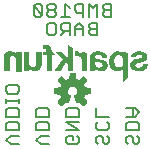
<source format=gbr>
G04 EAGLE Gerber RS-274X export*
G75*
%MOMM*%
%FSLAX34Y34*%
%LPD*%
%INSilkscreen Bottom*%
%IPPOS*%
%AMOC8*
5,1,8,0,0,1.08239X$1,22.5*%
G01*
%ADD10C,0.203200*%
%ADD11C,0.025400*%

G36*
X85520Y58883D02*
X85520Y58883D01*
X85628Y58894D01*
X85641Y58899D01*
X85655Y58901D01*
X85752Y58949D01*
X85851Y58994D01*
X85864Y59005D01*
X85873Y59010D01*
X85888Y59025D01*
X85965Y59088D01*
X88550Y61673D01*
X88613Y61761D01*
X88679Y61847D01*
X88684Y61860D01*
X88692Y61871D01*
X88723Y61975D01*
X88759Y62077D01*
X88759Y62091D01*
X88763Y62105D01*
X88759Y62213D01*
X88760Y62321D01*
X88755Y62335D01*
X88755Y62348D01*
X88717Y62450D01*
X88682Y62553D01*
X88673Y62568D01*
X88669Y62577D01*
X88655Y62594D01*
X88601Y62676D01*
X85837Y66066D01*
X86394Y67148D01*
X86400Y67167D01*
X86442Y67262D01*
X86813Y68422D01*
X91164Y68864D01*
X91268Y68892D01*
X91374Y68917D01*
X91386Y68924D01*
X91399Y68928D01*
X91489Y68989D01*
X91582Y69046D01*
X91590Y69056D01*
X91602Y69064D01*
X91668Y69151D01*
X91737Y69234D01*
X91741Y69247D01*
X91750Y69258D01*
X91784Y69361D01*
X91823Y69463D01*
X91824Y69480D01*
X91828Y69489D01*
X91828Y69511D01*
X91837Y69610D01*
X91837Y73266D01*
X91820Y73373D01*
X91806Y73480D01*
X91800Y73493D01*
X91798Y73506D01*
X91746Y73602D01*
X91699Y73699D01*
X91689Y73709D01*
X91683Y73721D01*
X91603Y73796D01*
X91527Y73873D01*
X91515Y73879D01*
X91505Y73888D01*
X91406Y73933D01*
X91309Y73982D01*
X91291Y73985D01*
X91282Y73989D01*
X91261Y73991D01*
X91164Y74011D01*
X86813Y74453D01*
X86442Y75613D01*
X86433Y75630D01*
X86431Y75638D01*
X86427Y75644D01*
X86394Y75727D01*
X85837Y76809D01*
X88601Y80199D01*
X88655Y80293D01*
X88712Y80385D01*
X88715Y80399D01*
X88722Y80411D01*
X88743Y80517D01*
X88768Y80623D01*
X88766Y80637D01*
X88769Y80650D01*
X88754Y80758D01*
X88744Y80866D01*
X88738Y80878D01*
X88736Y80892D01*
X88688Y80989D01*
X88643Y81088D01*
X88632Y81102D01*
X88628Y81111D01*
X88612Y81126D01*
X88550Y81202D01*
X85965Y83787D01*
X85876Y83851D01*
X85791Y83917D01*
X85778Y83921D01*
X85766Y83929D01*
X85663Y83961D01*
X85560Y83996D01*
X85546Y83996D01*
X85533Y84000D01*
X85425Y83997D01*
X85316Y83997D01*
X85303Y83993D01*
X85289Y83992D01*
X85187Y83954D01*
X85085Y83920D01*
X85070Y83910D01*
X85061Y83907D01*
X85044Y83893D01*
X84962Y83838D01*
X81572Y81074D01*
X80490Y81632D01*
X80470Y81638D01*
X80375Y81679D01*
X79216Y82050D01*
X78773Y86401D01*
X78745Y86506D01*
X78720Y86612D01*
X78713Y86623D01*
X78710Y86637D01*
X78649Y86727D01*
X78592Y86819D01*
X78581Y86828D01*
X78573Y86839D01*
X78487Y86905D01*
X78403Y86974D01*
X78390Y86979D01*
X78379Y86987D01*
X78276Y87022D01*
X78175Y87060D01*
X78157Y87062D01*
X78148Y87065D01*
X78126Y87065D01*
X78028Y87075D01*
X74372Y87075D01*
X74265Y87057D01*
X74157Y87043D01*
X74145Y87037D01*
X74131Y87035D01*
X74035Y86984D01*
X73938Y86936D01*
X73928Y86927D01*
X73916Y86920D01*
X73842Y86841D01*
X73765Y86764D01*
X73759Y86752D01*
X73749Y86742D01*
X73704Y86643D01*
X73656Y86546D01*
X73652Y86529D01*
X73648Y86520D01*
X73646Y86498D01*
X73627Y86401D01*
X73184Y82050D01*
X72025Y81679D01*
X72007Y81670D01*
X71910Y81632D01*
X70828Y81074D01*
X67438Y83838D01*
X67344Y83892D01*
X67252Y83950D01*
X67239Y83953D01*
X67227Y83960D01*
X67120Y83980D01*
X67015Y84005D01*
X67001Y84004D01*
X66987Y84006D01*
X66880Y83992D01*
X66772Y83981D01*
X66759Y83976D01*
X66746Y83974D01*
X66648Y83926D01*
X66549Y83881D01*
X66536Y83870D01*
X66527Y83865D01*
X66512Y83850D01*
X66435Y83787D01*
X63850Y81202D01*
X63787Y81114D01*
X63721Y81028D01*
X63716Y81015D01*
X63708Y81004D01*
X63677Y80901D01*
X63641Y80798D01*
X63641Y80784D01*
X63637Y80770D01*
X63641Y80662D01*
X63640Y80554D01*
X63645Y80540D01*
X63645Y80527D01*
X63683Y80425D01*
X63718Y80322D01*
X63727Y80307D01*
X63731Y80298D01*
X63745Y80281D01*
X63799Y80199D01*
X66563Y76809D01*
X66006Y75727D01*
X66000Y75708D01*
X65958Y75613D01*
X65587Y74453D01*
X61236Y74011D01*
X61132Y73983D01*
X61026Y73958D01*
X61014Y73951D01*
X61001Y73947D01*
X60911Y73886D01*
X60818Y73829D01*
X60810Y73819D01*
X60798Y73811D01*
X60732Y73724D01*
X60664Y73641D01*
X60659Y73628D01*
X60650Y73617D01*
X60616Y73514D01*
X60577Y73412D01*
X60576Y73395D01*
X60572Y73386D01*
X60573Y73364D01*
X60563Y73266D01*
X60563Y69610D01*
X60580Y69502D01*
X60594Y69395D01*
X60600Y69382D01*
X60602Y69369D01*
X60654Y69273D01*
X60701Y69176D01*
X60711Y69166D01*
X60717Y69154D01*
X60797Y69079D01*
X60873Y69002D01*
X60885Y68996D01*
X60896Y68987D01*
X60994Y68942D01*
X61091Y68893D01*
X61109Y68890D01*
X61118Y68886D01*
X61139Y68884D01*
X61236Y68864D01*
X65587Y68422D01*
X65958Y67262D01*
X65968Y67244D01*
X66006Y67148D01*
X66563Y66066D01*
X63799Y62676D01*
X63745Y62582D01*
X63688Y62490D01*
X63685Y62476D01*
X63678Y62464D01*
X63657Y62358D01*
X63632Y62252D01*
X63634Y62238D01*
X63631Y62225D01*
X63646Y62117D01*
X63656Y62009D01*
X63662Y61997D01*
X63664Y61983D01*
X63712Y61886D01*
X63757Y61787D01*
X63768Y61773D01*
X63772Y61764D01*
X63788Y61749D01*
X63850Y61673D01*
X66435Y59088D01*
X66524Y59024D01*
X66609Y58958D01*
X66622Y58954D01*
X66634Y58946D01*
X66737Y58914D01*
X66840Y58879D01*
X66854Y58879D01*
X66867Y58875D01*
X66975Y58878D01*
X67084Y58878D01*
X67097Y58882D01*
X67111Y58883D01*
X67213Y58921D01*
X67315Y58955D01*
X67330Y58965D01*
X67339Y58968D01*
X67356Y58982D01*
X67438Y59037D01*
X70828Y61801D01*
X71910Y61243D01*
X71963Y61226D01*
X72012Y61200D01*
X72078Y61189D01*
X72142Y61169D01*
X72198Y61169D01*
X72252Y61160D01*
X72319Y61171D01*
X72386Y61172D01*
X72438Y61191D01*
X72493Y61200D01*
X72553Y61232D01*
X72616Y61254D01*
X72659Y61288D01*
X72709Y61315D01*
X72755Y61364D01*
X72807Y61405D01*
X72838Y61452D01*
X72876Y61493D01*
X72932Y61598D01*
X72940Y61610D01*
X72941Y61615D01*
X72945Y61623D01*
X75098Y66820D01*
X75118Y66903D01*
X75123Y66916D01*
X75125Y66931D01*
X75150Y67016D01*
X75149Y67037D01*
X75154Y67057D01*
X75146Y67139D01*
X75147Y67159D01*
X75143Y67178D01*
X75139Y67260D01*
X75132Y67279D01*
X75130Y67300D01*
X75098Y67369D01*
X75092Y67396D01*
X75077Y67421D01*
X75051Y67487D01*
X75038Y67503D01*
X75029Y67523D01*
X74984Y67571D01*
X74964Y67604D01*
X74933Y67629D01*
X74895Y67675D01*
X74872Y67690D01*
X74862Y67701D01*
X74841Y67712D01*
X74776Y67758D01*
X74775Y67759D01*
X74774Y67759D01*
X73875Y68266D01*
X73188Y68909D01*
X72673Y69698D01*
X72361Y70586D01*
X72269Y71523D01*
X72402Y72455D01*
X72753Y73328D01*
X73302Y74093D01*
X74016Y74706D01*
X74856Y75132D01*
X75773Y75346D01*
X76714Y75335D01*
X77626Y75102D01*
X78456Y74658D01*
X79157Y74030D01*
X79689Y73253D01*
X80020Y72372D01*
X80133Y71437D01*
X80025Y70519D01*
X79705Y69652D01*
X79191Y68883D01*
X78512Y68255D01*
X77628Y67760D01*
X77586Y67727D01*
X77544Y67705D01*
X77513Y67672D01*
X77465Y67637D01*
X77453Y67620D01*
X77437Y67608D01*
X77402Y67552D01*
X77377Y67527D01*
X77364Y67496D01*
X77322Y67438D01*
X77316Y67419D01*
X77306Y67403D01*
X77287Y67327D01*
X77277Y67304D01*
X77274Y67281D01*
X77251Y67205D01*
X77252Y67185D01*
X77247Y67166D01*
X77254Y67080D01*
X77253Y67061D01*
X77256Y67045D01*
X77259Y66961D01*
X77267Y66936D01*
X77268Y66923D01*
X77278Y66900D01*
X77302Y66820D01*
X78231Y64576D01*
X79162Y62328D01*
X79163Y62328D01*
X79455Y61623D01*
X79484Y61576D01*
X79505Y61524D01*
X79548Y61473D01*
X79584Y61416D01*
X79627Y61380D01*
X79663Y61338D01*
X79720Y61303D01*
X79772Y61261D01*
X79824Y61241D01*
X79872Y61213D01*
X79938Y61198D01*
X80001Y61175D01*
X80056Y61173D01*
X80110Y61161D01*
X80177Y61169D01*
X80244Y61167D01*
X80298Y61183D01*
X80353Y61189D01*
X80464Y61233D01*
X80478Y61237D01*
X80482Y61240D01*
X80490Y61243D01*
X81572Y61801D01*
X84962Y59037D01*
X85056Y58983D01*
X85148Y58926D01*
X85161Y58922D01*
X85173Y58915D01*
X85280Y58895D01*
X85385Y58870D01*
X85399Y58871D01*
X85413Y58869D01*
X85520Y58883D01*
G37*
G36*
X119001Y79428D02*
X119001Y79428D01*
X119003Y79427D01*
X119024Y79436D01*
X119084Y79459D01*
X123224Y83193D01*
X123226Y83199D01*
X123232Y83202D01*
X123256Y83262D01*
X123265Y83283D01*
X123264Y83285D01*
X123265Y83287D01*
X123265Y103861D01*
X123250Y103898D01*
X123240Y103937D01*
X123231Y103943D01*
X123227Y103952D01*
X123199Y103963D01*
X123163Y103985D01*
X119277Y104721D01*
X119262Y104718D01*
X119247Y104723D01*
X119215Y104708D01*
X119180Y104700D01*
X119172Y104687D01*
X119159Y104681D01*
X119144Y104642D01*
X119128Y104617D01*
X119131Y104606D01*
X119127Y104595D01*
X119151Y102678D01*
X119017Y102827D01*
X119016Y102828D01*
X119016Y102829D01*
X118127Y103794D01*
X118121Y103796D01*
X118117Y103803D01*
X117774Y104104D01*
X117763Y104108D01*
X117755Y104118D01*
X117361Y104351D01*
X117352Y104352D01*
X117344Y104359D01*
X116023Y104892D01*
X116012Y104892D01*
X116002Y104899D01*
X115520Y105001D01*
X115508Y104998D01*
X115496Y105003D01*
X113515Y105028D01*
X113504Y105024D01*
X113492Y105026D01*
X112407Y104843D01*
X112397Y104836D01*
X112383Y104836D01*
X111358Y104436D01*
X111351Y104428D01*
X111339Y104426D01*
X110437Y103885D01*
X110432Y103879D01*
X110423Y103876D01*
X109599Y103223D01*
X109593Y103213D01*
X109583Y103208D01*
X108791Y102318D01*
X108787Y102305D01*
X108775Y102296D01*
X108196Y101255D01*
X108194Y101243D01*
X108186Y101232D01*
X107512Y99119D01*
X107513Y99108D01*
X107507Y99097D01*
X107224Y96897D01*
X107227Y96886D01*
X107223Y96874D01*
X107341Y94659D01*
X107346Y94649D01*
X107344Y94637D01*
X107667Y93261D01*
X107674Y93252D01*
X107674Y93240D01*
X108230Y91940D01*
X108238Y91932D01*
X108240Y91921D01*
X109012Y90736D01*
X109021Y90730D01*
X109026Y90719D01*
X109683Y90012D01*
X109693Y90008D01*
X109699Y89998D01*
X110467Y89413D01*
X110478Y89411D01*
X110485Y89402D01*
X111341Y88956D01*
X111352Y88955D01*
X111361Y88947D01*
X112280Y88653D01*
X112290Y88654D01*
X112300Y88648D01*
X113512Y88459D01*
X113521Y88461D01*
X113530Y88458D01*
X114757Y88441D01*
X114765Y88444D01*
X114775Y88442D01*
X115992Y88597D01*
X116002Y88602D01*
X116014Y88602D01*
X116858Y88866D01*
X116868Y88874D01*
X116883Y88877D01*
X117652Y89314D01*
X117660Y89324D01*
X117674Y89329D01*
X118334Y89919D01*
X118340Y89931D01*
X118352Y89939D01*
X118872Y90655D01*
X118873Y90657D01*
X118873Y79553D01*
X118891Y79509D01*
X118908Y79466D01*
X118910Y79465D01*
X118911Y79462D01*
X118955Y79445D01*
X118999Y79427D01*
X119001Y79428D01*
G37*
G36*
X101451Y88444D02*
X101451Y88444D01*
X101462Y88449D01*
X101476Y88447D01*
X102848Y88755D01*
X102859Y88763D01*
X102874Y88764D01*
X104143Y89370D01*
X104152Y89380D01*
X104166Y89384D01*
X104614Y89726D01*
X104620Y89736D01*
X104632Y89742D01*
X105009Y90162D01*
X105013Y90173D01*
X105023Y90181D01*
X105315Y90664D01*
X105317Y90675D01*
X105325Y90685D01*
X105698Y91678D01*
X105698Y91689D01*
X105704Y91700D01*
X105893Y92744D01*
X105890Y92755D01*
X105895Y92767D01*
X105892Y93828D01*
X105889Y93835D01*
X105891Y93838D01*
X105888Y93845D01*
X105889Y93855D01*
X105683Y94796D01*
X105674Y94808D01*
X105673Y94825D01*
X105244Y95687D01*
X105234Y95696D01*
X105229Y95711D01*
X104731Y96320D01*
X104726Y96323D01*
X104724Y96327D01*
X104718Y96329D01*
X104713Y96338D01*
X104103Y96836D01*
X104091Y96839D01*
X104082Y96850D01*
X103386Y97216D01*
X103375Y97217D01*
X103366Y97224D01*
X101881Y97708D01*
X101873Y97707D01*
X101864Y97712D01*
X100327Y97990D01*
X100323Y97989D01*
X100318Y97992D01*
X98112Y98220D01*
X96806Y98446D01*
X96337Y98611D01*
X95909Y98857D01*
X95625Y99118D01*
X95565Y99205D01*
X95523Y99302D01*
X95412Y99823D01*
X95412Y100354D01*
X95523Y100875D01*
X95662Y101189D01*
X95861Y101468D01*
X96114Y101702D01*
X96428Y101895D01*
X96774Y102023D01*
X97143Y102084D01*
X98498Y102134D01*
X99085Y102080D01*
X99646Y101915D01*
X100110Y101660D01*
X100500Y101304D01*
X100795Y100866D01*
X100979Y100371D01*
X101042Y99840D01*
X101042Y99797D01*
X101043Y99795D01*
X101042Y99793D01*
X101062Y99750D01*
X101080Y99706D01*
X101082Y99706D01*
X101083Y99704D01*
X101168Y99671D01*
X105309Y99671D01*
X105310Y99669D01*
X105352Y99659D01*
X105394Y99645D01*
X105400Y99648D01*
X105406Y99647D01*
X105431Y99663D01*
X105476Y99684D01*
X105501Y99709D01*
X105501Y99710D01*
X105517Y99752D01*
X105536Y99801D01*
X105536Y99802D01*
X105516Y99844D01*
X105497Y99887D01*
X105375Y100778D01*
X105369Y100789D01*
X105369Y100804D01*
X105035Y101745D01*
X105026Y101755D01*
X105023Y101769D01*
X104504Y102622D01*
X104493Y102630D01*
X104488Y102643D01*
X103805Y103373D01*
X103793Y103378D01*
X103785Y103390D01*
X102968Y103964D01*
X102956Y103967D01*
X102947Y103976D01*
X101789Y104505D01*
X101779Y104505D01*
X101770Y104512D01*
X100541Y104846D01*
X100532Y104845D01*
X100523Y104849D01*
X98783Y105063D01*
X98775Y105060D01*
X98767Y105063D01*
X97013Y105055D01*
X97006Y105052D01*
X96997Y105054D01*
X95258Y104824D01*
X95250Y104819D01*
X95239Y104820D01*
X93825Y104395D01*
X93816Y104387D01*
X93802Y104386D01*
X92499Y103692D01*
X92490Y103682D01*
X92476Y103677D01*
X91914Y103194D01*
X91907Y103180D01*
X91893Y103171D01*
X91466Y102566D01*
X91463Y102551D01*
X91451Y102539D01*
X91184Y101848D01*
X91185Y101833D01*
X91177Y101818D01*
X91086Y101083D01*
X91088Y101075D01*
X91085Y101067D01*
X91085Y96241D01*
X91086Y96239D01*
X91085Y96237D01*
X91092Y96222D01*
X91060Y96138D01*
X91085Y91800D01*
X90983Y90463D01*
X90634Y89168D01*
X90560Y88969D01*
X90561Y88944D01*
X90552Y88921D01*
X90563Y88897D01*
X90564Y88871D01*
X90583Y88854D01*
X90593Y88832D01*
X90620Y88821D01*
X90638Y88805D01*
X90657Y88807D01*
X90678Y88799D01*
X94712Y88799D01*
X94748Y88796D01*
X94776Y88805D01*
X94816Y88809D01*
X94853Y88828D01*
X94872Y88850D01*
X94904Y88874D01*
X94926Y88910D01*
X94928Y88927D01*
X94940Y88943D01*
X95016Y89223D01*
X95015Y89226D01*
X95017Y89229D01*
X95244Y90258D01*
X95254Y90281D01*
X95260Y90287D01*
X95268Y90289D01*
X95277Y90288D01*
X95301Y90272D01*
X96128Y89569D01*
X96139Y89565D01*
X96148Y89555D01*
X97099Y89015D01*
X97110Y89014D01*
X97120Y89006D01*
X98155Y88653D01*
X98167Y88654D01*
X98177Y88648D01*
X99795Y88407D01*
X99805Y88410D01*
X99816Y88406D01*
X101451Y88444D01*
G37*
G36*
X76584Y88673D02*
X76584Y88673D01*
X76587Y88672D01*
X76670Y88709D01*
X76721Y88760D01*
X76723Y88763D01*
X76725Y88764D01*
X76758Y88849D01*
X76758Y108179D01*
X76750Y108198D01*
X76752Y108218D01*
X76731Y108245D01*
X76720Y108270D01*
X76706Y108275D01*
X76695Y108289D01*
X72555Y110651D01*
X72520Y110655D01*
X72488Y110667D01*
X72473Y110660D01*
X72457Y110662D01*
X72430Y110640D01*
X72399Y110626D01*
X72392Y110610D01*
X72380Y110600D01*
X72378Y110573D01*
X72366Y110541D01*
X72366Y99111D01*
X66891Y104585D01*
X66888Y104587D01*
X66887Y104589D01*
X66802Y104622D01*
X62128Y104622D01*
X62126Y104622D01*
X62125Y104622D01*
X62081Y104602D01*
X62037Y104584D01*
X62037Y104582D01*
X62035Y104581D01*
X62019Y104537D01*
X62002Y104492D01*
X62003Y104490D01*
X62002Y104489D01*
X62040Y104406D01*
X67731Y98840D01*
X61134Y88945D01*
X61127Y88907D01*
X61113Y88870D01*
X61118Y88860D01*
X61116Y88848D01*
X61138Y88817D01*
X61155Y88781D01*
X61166Y88777D01*
X61172Y88768D01*
X61202Y88763D01*
X61240Y88749D01*
X66320Y88774D01*
X66337Y88781D01*
X66355Y88779D01*
X66384Y88801D01*
X66410Y88813D01*
X66415Y88825D01*
X66427Y88835D01*
X70660Y95813D01*
X72315Y94206D01*
X72315Y88798D01*
X72316Y88796D01*
X72315Y88794D01*
X72335Y88751D01*
X72353Y88707D01*
X72355Y88707D01*
X72356Y88705D01*
X72441Y88672D01*
X76581Y88672D01*
X76584Y88673D01*
G37*
G36*
X45016Y88372D02*
X45016Y88372D01*
X45027Y88369D01*
X46060Y88516D01*
X46071Y88522D01*
X46084Y88522D01*
X47070Y88865D01*
X47079Y88873D01*
X47092Y88875D01*
X47994Y89401D01*
X48001Y89411D01*
X48014Y89416D01*
X48268Y89644D01*
X48274Y89655D01*
X48285Y89663D01*
X48946Y90548D01*
X48948Y90559D01*
X48958Y90568D01*
X49446Y91558D01*
X49446Y91570D01*
X49454Y91580D01*
X49754Y92643D01*
X49752Y92654D01*
X49758Y92666D01*
X49859Y93765D01*
X49857Y93771D01*
X49859Y93777D01*
X49859Y104572D01*
X49858Y104574D01*
X49859Y104576D01*
X49839Y104619D01*
X49821Y104663D01*
X49819Y104663D01*
X49818Y104665D01*
X49733Y104698D01*
X45593Y104698D01*
X45591Y104697D01*
X45589Y104698D01*
X45546Y104678D01*
X45502Y104660D01*
X45502Y104658D01*
X45500Y104657D01*
X45467Y104572D01*
X45467Y94575D01*
X45318Y93745D01*
X44975Y92977D01*
X44703Y92615D01*
X44362Y92314D01*
X43967Y92089D01*
X43278Y91866D01*
X42559Y91786D01*
X41838Y91853D01*
X41147Y92065D01*
X40637Y92353D01*
X40206Y92750D01*
X39879Y93235D01*
X39670Y93785D01*
X39445Y94989D01*
X39369Y96219D01*
X39369Y104521D01*
X39368Y104523D01*
X39369Y104525D01*
X39349Y104568D01*
X39331Y104612D01*
X39329Y104612D01*
X39328Y104614D01*
X39243Y104647D01*
X35027Y104647D01*
X35025Y104646D01*
X35023Y104647D01*
X34980Y104627D01*
X34936Y104609D01*
X34936Y104607D01*
X34934Y104606D01*
X34901Y104521D01*
X34901Y88900D01*
X34902Y88898D01*
X34901Y88896D01*
X34921Y88853D01*
X34939Y88809D01*
X34941Y88809D01*
X34942Y88807D01*
X35027Y88774D01*
X39040Y88774D01*
X39042Y88775D01*
X39044Y88774D01*
X39087Y88794D01*
X39131Y88812D01*
X39131Y88814D01*
X39133Y88815D01*
X39166Y88900D01*
X39166Y90957D01*
X39673Y90316D01*
X39681Y90312D01*
X39685Y90303D01*
X40512Y89518D01*
X40521Y89515D01*
X40526Y89507D01*
X41456Y88848D01*
X41465Y88846D01*
X41473Y88838D01*
X41718Y88716D01*
X41729Y88715D01*
X41738Y88708D01*
X42000Y88627D01*
X42009Y88628D01*
X42018Y88623D01*
X43496Y88400D01*
X43504Y88402D01*
X43512Y88398D01*
X45006Y88368D01*
X45016Y88372D01*
G37*
G36*
X32539Y88699D02*
X32539Y88699D01*
X32541Y88698D01*
X32584Y88718D01*
X32628Y88736D01*
X32628Y88738D01*
X32630Y88739D01*
X32663Y88824D01*
X32663Y104546D01*
X32662Y104548D01*
X32663Y104550D01*
X32643Y104593D01*
X32625Y104637D01*
X32623Y104637D01*
X32622Y104639D01*
X32537Y104672D01*
X28499Y104672D01*
X28497Y104671D01*
X28495Y104672D01*
X28452Y104652D01*
X28408Y104634D01*
X28408Y104632D01*
X28406Y104631D01*
X28373Y104546D01*
X28373Y102478D01*
X28331Y102507D01*
X28217Y102643D01*
X27940Y103021D01*
X27936Y103023D01*
X27934Y103028D01*
X27532Y103501D01*
X27525Y103505D01*
X27521Y103513D01*
X27326Y103689D01*
X27186Y103815D01*
X27060Y103929D01*
X27050Y103932D01*
X27042Y103942D01*
X26144Y104509D01*
X26131Y104512D01*
X26120Y104521D01*
X25124Y104890D01*
X25111Y104890D01*
X25098Y104897D01*
X24046Y105052D01*
X24036Y105049D01*
X24025Y105053D01*
X22019Y105003D01*
X22009Y104999D01*
X21996Y105001D01*
X21019Y104795D01*
X21007Y104787D01*
X20991Y104786D01*
X20086Y104364D01*
X20077Y104353D01*
X20062Y104349D01*
X19277Y103731D01*
X19271Y103720D01*
X19259Y103714D01*
X18770Y103139D01*
X18767Y103128D01*
X18757Y103121D01*
X18373Y102472D01*
X18371Y102461D01*
X18363Y102452D01*
X18094Y101747D01*
X18094Y101738D01*
X18089Y101729D01*
X17849Y100622D01*
X17851Y100613D01*
X17847Y100605D01*
X17756Y99476D01*
X17758Y99471D01*
X17756Y99466D01*
X17756Y88925D01*
X17757Y88923D01*
X17756Y88921D01*
X17776Y88878D01*
X17794Y88834D01*
X17796Y88834D01*
X17797Y88832D01*
X17882Y88799D01*
X21971Y88799D01*
X21973Y88800D01*
X21975Y88799D01*
X22018Y88819D01*
X22062Y88837D01*
X22062Y88839D01*
X22064Y88840D01*
X22097Y88925D01*
X22097Y98571D01*
X22162Y99289D01*
X22353Y99977D01*
X22663Y100619D01*
X22959Y101006D01*
X23333Y101315D01*
X23768Y101532D01*
X24068Y101609D01*
X24384Y101626D01*
X25489Y101576D01*
X26045Y101489D01*
X26561Y101285D01*
X27018Y100971D01*
X27535Y100402D01*
X27898Y99723D01*
X28115Y98973D01*
X28195Y98190D01*
X28195Y88824D01*
X28196Y88822D01*
X28195Y88820D01*
X28215Y88777D01*
X28233Y88733D01*
X28235Y88733D01*
X28236Y88731D01*
X28321Y88698D01*
X32537Y88698D01*
X32539Y88699D01*
G37*
G36*
X132234Y88420D02*
X132234Y88420D01*
X132241Y88418D01*
X134807Y88596D01*
X134816Y88601D01*
X134826Y88599D01*
X135747Y88811D01*
X135758Y88819D01*
X135772Y88820D01*
X136629Y89217D01*
X136635Y89224D01*
X136644Y89226D01*
X137838Y89988D01*
X137843Y89994D01*
X137851Y89997D01*
X138366Y90428D01*
X138371Y90439D01*
X138383Y90445D01*
X138803Y90969D01*
X138807Y90980D01*
X138817Y90989D01*
X139126Y91585D01*
X139127Y91594D01*
X139134Y91602D01*
X139566Y92872D01*
X139565Y92882D01*
X139570Y92891D01*
X139672Y93475D01*
X139671Y93482D01*
X139674Y93488D01*
X139699Y93844D01*
X139698Y93848D01*
X139699Y93851D01*
X139698Y93853D01*
X139699Y93857D01*
X139687Y93883D01*
X139684Y93913D01*
X139683Y93914D01*
X139683Y93915D01*
X139672Y93924D01*
X139667Y93937D01*
X139661Y93940D01*
X139658Y93946D01*
X139628Y93958D01*
X139608Y93974D01*
X139606Y93974D01*
X139605Y93975D01*
X139590Y93974D01*
X139578Y93979D01*
X139576Y93978D01*
X139573Y93979D01*
X135712Y93979D01*
X135710Y93978D01*
X135708Y93979D01*
X135665Y93959D01*
X135621Y93941D01*
X135621Y93939D01*
X135619Y93938D01*
X135586Y93853D01*
X135586Y93806D01*
X135557Y93309D01*
X135411Y92847D01*
X135155Y92433D01*
X135051Y92328D01*
X134925Y92202D01*
X134713Y91990D01*
X134186Y91653D01*
X133599Y91436D01*
X133037Y91363D01*
X131707Y91363D01*
X131104Y91437D01*
X130537Y91634D01*
X130024Y91946D01*
X129737Y92230D01*
X129528Y92575D01*
X129411Y92960D01*
X129394Y93364D01*
X129479Y93759D01*
X129660Y94121D01*
X129925Y94425D01*
X130261Y94656D01*
X131368Y95126D01*
X132542Y95432D01*
X136173Y96295D01*
X136180Y96300D01*
X136189Y96300D01*
X136997Y96606D01*
X137004Y96612D01*
X137014Y96614D01*
X137765Y97041D01*
X137771Y97048D01*
X137781Y97052D01*
X138458Y97589D01*
X138463Y97599D01*
X138474Y97605D01*
X138811Y97990D01*
X138815Y98003D01*
X138826Y98012D01*
X139075Y98459D01*
X139076Y98472D01*
X139085Y98483D01*
X139237Y98972D01*
X139235Y98984D01*
X139242Y98997D01*
X139347Y100133D01*
X139344Y100146D01*
X139347Y100159D01*
X139218Y101293D01*
X139212Y101304D01*
X139213Y101318D01*
X138855Y102402D01*
X138847Y102411D01*
X138845Y102425D01*
X138546Y102947D01*
X138536Y102954D01*
X138531Y102967D01*
X138137Y103422D01*
X138126Y103427D01*
X138119Y103439D01*
X137643Y103808D01*
X137632Y103811D01*
X137623Y103820D01*
X136342Y104474D01*
X136331Y104475D01*
X136321Y104482D01*
X134943Y104893D01*
X134932Y104892D01*
X134920Y104898D01*
X133491Y105053D01*
X133484Y105051D01*
X133477Y105053D01*
X131674Y105053D01*
X131668Y105051D01*
X131661Y105053D01*
X130268Y104913D01*
X130259Y104908D01*
X130248Y104909D01*
X128897Y104541D01*
X128888Y104534D01*
X128874Y104532D01*
X127777Y103994D01*
X127768Y103984D01*
X127754Y103980D01*
X126795Y103223D01*
X126789Y103213D01*
X126778Y103208D01*
X126430Y102812D01*
X126428Y102807D01*
X126427Y102807D01*
X126426Y102803D01*
X126418Y102797D01*
X126132Y102355D01*
X126130Y102345D01*
X126123Y102338D01*
X125767Y101550D01*
X125767Y101545D01*
X125763Y101541D01*
X125560Y100983D01*
X125562Y100959D01*
X125557Y100947D01*
X125560Y100940D01*
X125555Y100915D01*
X125564Y100901D01*
X125555Y100889D01*
X125557Y100883D01*
X125553Y100876D01*
X125477Y100165D01*
X125479Y100159D01*
X125478Y100155D01*
X125479Y100153D01*
X125477Y100148D01*
X125494Y100111D01*
X125506Y100071D01*
X125514Y100067D01*
X125518Y100059D01*
X125568Y100039D01*
X125594Y100026D01*
X125598Y100028D01*
X125603Y100026D01*
X129489Y100026D01*
X129533Y100044D01*
X129577Y100062D01*
X129578Y100063D01*
X129580Y100064D01*
X129587Y100083D01*
X129615Y100144D01*
X129631Y100404D01*
X129686Y100647D01*
X129836Y100999D01*
X130054Y101312D01*
X130330Y101576D01*
X130752Y101847D01*
X131219Y102036D01*
X131715Y102134D01*
X132563Y102178D01*
X133411Y102134D01*
X133860Y102049D01*
X134284Y101892D01*
X134585Y101697D01*
X134818Y101429D01*
X134973Y101087D01*
X135021Y100715D01*
X134956Y100346D01*
X134772Y99985D01*
X134537Y99742D01*
X134489Y99692D01*
X133814Y99276D01*
X133062Y99004D01*
X131039Y98600D01*
X131038Y98599D01*
X131037Y98599D01*
X129314Y98218D01*
X129307Y98213D01*
X129298Y98213D01*
X127642Y97603D01*
X127636Y97597D01*
X127626Y97596D01*
X126870Y97191D01*
X126864Y97184D01*
X126855Y97181D01*
X126163Y96673D01*
X126158Y96663D01*
X126146Y96658D01*
X125814Y96308D01*
X125809Y96296D01*
X125798Y96287D01*
X125546Y95875D01*
X125544Y95861D01*
X125534Y95849D01*
X125197Y94846D01*
X125198Y94831D01*
X125190Y94817D01*
X125096Y93762D01*
X125099Y93753D01*
X125096Y93742D01*
X125172Y92701D01*
X125176Y92693D01*
X125175Y92683D01*
X125318Y92019D01*
X125324Y92009D01*
X125325Y91996D01*
X125591Y91371D01*
X125599Y91362D01*
X125602Y91350D01*
X125981Y90786D01*
X125991Y90779D01*
X125996Y90768D01*
X126722Y90025D01*
X126732Y90021D01*
X126738Y90010D01*
X127582Y89404D01*
X127592Y89402D01*
X127601Y89393D01*
X128536Y88942D01*
X128547Y88941D01*
X128557Y88934D01*
X129557Y88652D01*
X129565Y88653D01*
X129574Y88648D01*
X130888Y88466D01*
X130895Y88468D01*
X130901Y88465D01*
X132228Y88418D01*
X132234Y88420D01*
G37*
G36*
X58371Y88699D02*
X58371Y88699D01*
X58373Y88698D01*
X58416Y88718D01*
X58460Y88736D01*
X58460Y88738D01*
X58462Y88739D01*
X58495Y88824D01*
X58495Y101704D01*
X62358Y101728D01*
X62359Y101728D01*
X62404Y101748D01*
X62448Y101767D01*
X62449Y101768D01*
X62466Y101813D01*
X62483Y101859D01*
X62483Y101860D01*
X62446Y101943D01*
X59779Y104610D01*
X59776Y104612D01*
X59775Y104614D01*
X59690Y104647D01*
X58444Y104647D01*
X58444Y104978D01*
X58442Y104983D01*
X58444Y104988D01*
X58267Y107122D01*
X58262Y107132D01*
X58262Y107133D01*
X58262Y107134D01*
X58262Y107135D01*
X58263Y107144D01*
X58115Y107711D01*
X58108Y107720D01*
X58107Y107732D01*
X57859Y108263D01*
X57850Y108271D01*
X57847Y108283D01*
X57507Y108760D01*
X57497Y108766D01*
X57491Y108778D01*
X56748Y109488D01*
X56738Y109492D01*
X56736Y109496D01*
X56733Y109497D01*
X56729Y109503D01*
X55861Y110053D01*
X55849Y110055D01*
X55839Y110064D01*
X54881Y110433D01*
X54868Y110433D01*
X54857Y110440D01*
X53844Y110614D01*
X53834Y110612D01*
X53823Y110616D01*
X52273Y110616D01*
X52270Y110615D01*
X52266Y110616D01*
X50949Y110540D01*
X50927Y110540D01*
X50925Y110539D01*
X50923Y110540D01*
X50880Y110520D01*
X50836Y110502D01*
X50836Y110500D01*
X50834Y110499D01*
X50801Y110414D01*
X50801Y107391D01*
X50802Y107389D01*
X50801Y107387D01*
X50821Y107344D01*
X50839Y107300D01*
X50841Y107300D01*
X50842Y107298D01*
X50927Y107265D01*
X51003Y107265D01*
X51008Y107267D01*
X51015Y107265D01*
X51295Y107291D01*
X52210Y107376D01*
X53110Y107293D01*
X53392Y107196D01*
X53632Y107026D01*
X53814Y106794D01*
X53989Y106371D01*
X54052Y105909D01*
X54052Y104647D01*
X51206Y104647D01*
X51204Y104646D01*
X51202Y104647D01*
X51159Y104627D01*
X51115Y104609D01*
X51115Y104607D01*
X51113Y104606D01*
X51080Y104521D01*
X51080Y101854D01*
X51081Y101852D01*
X51080Y101850D01*
X51100Y101807D01*
X51118Y101763D01*
X51120Y101763D01*
X51121Y101761D01*
X51206Y101728D01*
X54078Y101728D01*
X54078Y88824D01*
X54079Y88822D01*
X54078Y88820D01*
X54098Y88777D01*
X54116Y88733D01*
X54118Y88733D01*
X54119Y88731D01*
X54204Y88698D01*
X58369Y88698D01*
X58371Y88699D01*
G37*
G36*
X88496Y88800D02*
X88496Y88800D01*
X88498Y88799D01*
X88541Y88819D01*
X88585Y88837D01*
X88586Y88839D01*
X88588Y88840D01*
X88620Y88925D01*
X88594Y103810D01*
X88578Y103848D01*
X88568Y103887D01*
X88559Y103892D01*
X88556Y103901D01*
X88527Y103912D01*
X88490Y103934D01*
X84629Y104620D01*
X84616Y104617D01*
X84603Y104622D01*
X84569Y104607D01*
X84533Y104598D01*
X84526Y104587D01*
X84514Y104581D01*
X84498Y104540D01*
X84482Y104514D01*
X84484Y104505D01*
X84481Y104496D01*
X84481Y101716D01*
X84434Y101731D01*
X84255Y101999D01*
X83569Y103041D01*
X83564Y103045D01*
X83561Y103052D01*
X83245Y103435D01*
X83232Y103442D01*
X83224Y103455D01*
X82830Y103757D01*
X82825Y103758D01*
X82822Y103762D01*
X81933Y104347D01*
X81930Y104348D01*
X81927Y104351D01*
X81316Y104704D01*
X81304Y104706D01*
X81293Y104715D01*
X80623Y104938D01*
X80611Y104937D01*
X80599Y104943D01*
X79898Y105027D01*
X79888Y105024D01*
X79876Y105028D01*
X78504Y104952D01*
X78461Y104931D01*
X78418Y104911D01*
X78417Y104909D01*
X78416Y104909D01*
X78410Y104891D01*
X78385Y104826D01*
X78385Y100965D01*
X78386Y100963D01*
X78385Y100961D01*
X78405Y100918D01*
X78423Y100874D01*
X78425Y100874D01*
X78426Y100872D01*
X78511Y100839D01*
X78537Y100839D01*
X78546Y100843D01*
X78558Y100840D01*
X78710Y100865D01*
X78712Y100867D01*
X78715Y100866D01*
X79312Y100991D01*
X80837Y100991D01*
X81379Y100899D01*
X81897Y100718D01*
X82376Y100454D01*
X83043Y99894D01*
X83568Y99202D01*
X83929Y98409D01*
X84129Y97590D01*
X84202Y96744D01*
X84202Y88925D01*
X84203Y88923D01*
X84202Y88921D01*
X84222Y88878D01*
X84240Y88834D01*
X84242Y88834D01*
X84243Y88832D01*
X84328Y88799D01*
X88494Y88799D01*
X88496Y88800D01*
G37*
%LPC*%
G36*
X114034Y91866D02*
X114034Y91866D01*
X113295Y92204D01*
X112669Y92720D01*
X112197Y93378D01*
X111908Y94139D01*
X111604Y96086D01*
X111607Y98057D01*
X111798Y99027D01*
X112201Y99926D01*
X112798Y100712D01*
X113557Y101342D01*
X114057Y101602D01*
X114599Y101758D01*
X115166Y101804D01*
X116241Y101753D01*
X116613Y101679D01*
X116951Y101517D01*
X117664Y100961D01*
X118261Y100281D01*
X118674Y99574D01*
X118941Y98800D01*
X119051Y97985D01*
X119025Y95439D01*
X118901Y94670D01*
X118676Y93995D01*
X118677Y93983D01*
X118671Y93971D01*
X118666Y93934D01*
X118674Y93907D01*
X118674Y93896D01*
X118646Y93883D01*
X118602Y93863D01*
X118602Y93862D01*
X118601Y93862D01*
X118568Y93777D01*
X118568Y93739D01*
X118556Y93680D01*
X118514Y93620D01*
X118514Y93619D01*
X118513Y93618D01*
X118462Y93542D01*
X118461Y93536D01*
X118456Y93531D01*
X118156Y92967D01*
X117744Y92498D01*
X117235Y92135D01*
X116558Y91845D01*
X115836Y91693D01*
X114925Y91687D01*
X114034Y91866D01*
G37*
%LPD*%
%LPC*%
G36*
X97339Y91487D02*
X97339Y91487D01*
X97017Y91609D01*
X96726Y91794D01*
X95982Y92513D01*
X95832Y92732D01*
X95725Y92981D01*
X95678Y93146D01*
X95471Y94216D01*
X95401Y95305D01*
X95401Y96139D01*
X95400Y96141D01*
X95401Y96143D01*
X95381Y96186D01*
X95381Y96188D01*
X95401Y96241D01*
X95401Y96533D01*
X95543Y96406D01*
X95558Y96401D01*
X95569Y96388D01*
X95776Y96281D01*
X95788Y96280D01*
X95798Y96272D01*
X96762Y95984D01*
X96770Y95985D01*
X96777Y95981D01*
X97769Y95812D01*
X97773Y95813D01*
X97777Y95810D01*
X99220Y95658D01*
X99770Y95553D01*
X100288Y95356D01*
X100762Y95072D01*
X101030Y94828D01*
X101234Y94530D01*
X101454Y93988D01*
X101561Y93413D01*
X101550Y92828D01*
X101479Y92520D01*
X101344Y92235D01*
X101153Y91985D01*
X100791Y91688D01*
X100370Y91485D01*
X99909Y91388D01*
X98381Y91338D01*
X97339Y91487D01*
G37*
%LPD*%
D10*
X108678Y134366D02*
X108678Y145043D01*
X103340Y145043D01*
X101560Y143264D01*
X101560Y141484D01*
X103340Y139705D01*
X101560Y137925D01*
X101560Y136146D01*
X103340Y134366D01*
X108678Y134366D01*
X108678Y139705D02*
X103340Y139705D01*
X96985Y145043D02*
X96985Y134366D01*
X93425Y141484D02*
X96985Y145043D01*
X93425Y141484D02*
X89866Y145043D01*
X89866Y134366D01*
X85291Y134366D02*
X85291Y145043D01*
X79952Y145043D01*
X78172Y143264D01*
X78172Y139705D01*
X79952Y137925D01*
X85291Y137925D01*
X73597Y141484D02*
X70038Y145043D01*
X70038Y134366D01*
X73597Y134366D02*
X66479Y134366D01*
X61903Y143264D02*
X60123Y145043D01*
X56564Y145043D01*
X54785Y143264D01*
X54785Y141484D01*
X56564Y139705D01*
X54785Y137925D01*
X54785Y136146D01*
X56564Y134366D01*
X60123Y134366D01*
X61903Y136146D01*
X61903Y137925D01*
X60123Y139705D01*
X61903Y141484D01*
X61903Y143264D01*
X60123Y139705D02*
X56564Y139705D01*
X50209Y136146D02*
X50209Y143264D01*
X48429Y145043D01*
X44870Y145043D01*
X43091Y143264D01*
X43091Y136146D01*
X44870Y134366D01*
X48429Y134366D01*
X50209Y136146D01*
X43091Y143264D01*
X130564Y33534D02*
X132343Y31755D01*
X132343Y28196D01*
X130564Y26416D01*
X128784Y26416D01*
X127005Y28196D01*
X127005Y31755D01*
X125225Y33534D01*
X123446Y33534D01*
X121666Y31755D01*
X121666Y28196D01*
X123446Y26416D01*
X121666Y38110D02*
X132343Y38110D01*
X121666Y38110D02*
X121666Y43449D01*
X123446Y45228D01*
X130564Y45228D01*
X132343Y43449D01*
X132343Y38110D01*
X128784Y49804D02*
X121666Y49804D01*
X128784Y49804D02*
X132343Y53363D01*
X128784Y56922D01*
X121666Y56922D01*
X127005Y56922D02*
X127005Y49804D01*
X106943Y31755D02*
X105164Y33534D01*
X106943Y31755D02*
X106943Y28196D01*
X105164Y26416D01*
X103384Y26416D01*
X101605Y28196D01*
X101605Y31755D01*
X99825Y33534D01*
X98046Y33534D01*
X96266Y31755D01*
X96266Y28196D01*
X98046Y26416D01*
X106943Y43449D02*
X105164Y45228D01*
X106943Y43449D02*
X106943Y39889D01*
X105164Y38110D01*
X98046Y38110D01*
X96266Y39889D01*
X96266Y43449D01*
X98046Y45228D01*
X96266Y49804D02*
X106943Y49804D01*
X96266Y49804D02*
X96266Y56922D01*
X79764Y33534D02*
X81543Y31755D01*
X81543Y28196D01*
X79764Y26416D01*
X72646Y26416D01*
X70866Y28196D01*
X70866Y31755D01*
X72646Y33534D01*
X76205Y33534D01*
X76205Y29975D01*
X81543Y38110D02*
X70866Y38110D01*
X70866Y45228D02*
X81543Y38110D01*
X81543Y45228D02*
X70866Y45228D01*
X70866Y49804D02*
X81543Y49804D01*
X70866Y49804D02*
X70866Y55143D01*
X72646Y56922D01*
X79764Y56922D01*
X81543Y55143D01*
X81543Y49804D01*
X30743Y26416D02*
X23625Y26416D01*
X20066Y29975D01*
X23625Y33534D01*
X30743Y33534D01*
X30743Y38110D02*
X20066Y38110D01*
X20066Y43449D01*
X21846Y45228D01*
X28964Y45228D01*
X30743Y43449D01*
X30743Y38110D01*
X30743Y49804D02*
X20066Y49804D01*
X20066Y55143D01*
X21846Y56922D01*
X28964Y56922D01*
X30743Y55143D01*
X30743Y49804D01*
X20066Y61498D02*
X20066Y65057D01*
X20066Y63277D02*
X30743Y63277D01*
X30743Y61498D02*
X30743Y65057D01*
X30743Y71073D02*
X30743Y74632D01*
X30743Y71073D02*
X28964Y69294D01*
X21846Y69294D01*
X20066Y71073D01*
X20066Y74632D01*
X21846Y76412D01*
X28964Y76412D01*
X30743Y74632D01*
X49025Y26416D02*
X56143Y26416D01*
X49025Y26416D02*
X45466Y29975D01*
X49025Y33534D01*
X56143Y33534D01*
X56143Y38110D02*
X45466Y38110D01*
X45466Y43449D01*
X47246Y45228D01*
X54364Y45228D01*
X56143Y43449D01*
X56143Y38110D01*
X56143Y49804D02*
X45466Y49804D01*
X45466Y55143D01*
X47246Y56922D01*
X54364Y56922D01*
X56143Y55143D01*
X56143Y49804D01*
X96984Y118491D02*
X96984Y129168D01*
X91646Y129168D01*
X89866Y127389D01*
X89866Y125609D01*
X91646Y123830D01*
X89866Y122050D01*
X89866Y120271D01*
X91646Y118491D01*
X96984Y118491D01*
X96984Y123830D02*
X91646Y123830D01*
X85291Y125609D02*
X85291Y118491D01*
X85291Y125609D02*
X81731Y129168D01*
X78172Y125609D01*
X78172Y118491D01*
X78172Y123830D02*
X85291Y123830D01*
X73597Y129168D02*
X73597Y118491D01*
X73597Y129168D02*
X68258Y129168D01*
X66478Y127389D01*
X66478Y123830D01*
X68258Y122050D01*
X73597Y122050D01*
X70038Y122050D02*
X66478Y118491D01*
X60123Y129168D02*
X56564Y129168D01*
X60123Y129168D02*
X61903Y127389D01*
X61903Y120271D01*
X60123Y118491D01*
X56564Y118491D01*
X54785Y120271D01*
X54785Y127389D01*
X56564Y129168D01*
D11*
X32537Y104546D02*
X32537Y88824D01*
X32537Y104546D02*
X28499Y104546D01*
X28499Y102337D01*
X28423Y102337D01*
X28395Y102339D01*
X28367Y102343D01*
X28340Y102352D01*
X28314Y102363D01*
X28289Y102377D01*
X28266Y102394D01*
X28245Y102413D01*
X28201Y102462D01*
X28158Y102513D01*
X28118Y102565D01*
X27838Y102946D01*
X27763Y103044D01*
X27685Y103141D01*
X27604Y103236D01*
X27521Y103328D01*
X27436Y103419D01*
X27348Y103507D01*
X27258Y103592D01*
X27166Y103676D01*
X27072Y103756D01*
X26975Y103835D01*
X26976Y103835D02*
X26865Y103920D01*
X26753Y104001D01*
X26638Y104080D01*
X26521Y104155D01*
X26403Y104227D01*
X26282Y104296D01*
X26160Y104361D01*
X26035Y104424D01*
X25909Y104482D01*
X25782Y104538D01*
X25653Y104589D01*
X25523Y104638D01*
X25391Y104682D01*
X25259Y104723D01*
X25125Y104761D01*
X24990Y104795D01*
X24855Y104825D01*
X24718Y104851D01*
X24581Y104874D01*
X24444Y104893D01*
X24305Y104908D01*
X24167Y104920D01*
X24028Y104927D01*
X23693Y104937D01*
X23359Y104940D01*
X23024Y104935D01*
X22690Y104923D01*
X22356Y104904D01*
X22022Y104877D01*
X21892Y104863D01*
X21762Y104845D01*
X21634Y104823D01*
X21506Y104798D01*
X21379Y104768D01*
X21252Y104735D01*
X21127Y104698D01*
X21003Y104657D01*
X20880Y104613D01*
X20759Y104565D01*
X20639Y104513D01*
X20521Y104458D01*
X20404Y104399D01*
X20290Y104337D01*
X20177Y104272D01*
X20066Y104203D01*
X19957Y104130D01*
X19851Y104055D01*
X19747Y103976D01*
X19645Y103895D01*
X19546Y103810D01*
X19449Y103722D01*
X19355Y103632D01*
X19267Y103542D01*
X19181Y103449D01*
X19098Y103355D01*
X19018Y103258D01*
X18941Y103158D01*
X18866Y103057D01*
X18794Y102953D01*
X18726Y102848D01*
X18660Y102740D01*
X18597Y102631D01*
X18538Y102520D01*
X18481Y102407D01*
X18428Y102293D01*
X18378Y102177D01*
X18332Y102060D01*
X18288Y101942D01*
X18249Y101822D01*
X18212Y101702D01*
X18157Y101503D01*
X18108Y101303D01*
X18063Y101102D01*
X18023Y100900D01*
X17988Y100697D01*
X17958Y100493D01*
X17933Y100288D01*
X17912Y100083D01*
X17897Y99878D01*
X17887Y99672D01*
X17882Y99466D01*
X17882Y88925D01*
X21971Y88925D01*
X21971Y98577D01*
X21973Y98700D01*
X21978Y98823D01*
X21988Y98946D01*
X22000Y99069D01*
X22017Y99190D01*
X22037Y99312D01*
X22061Y99433D01*
X22089Y99553D01*
X22120Y99672D01*
X22154Y99790D01*
X22192Y99907D01*
X22234Y100023D01*
X22279Y100137D01*
X22328Y100250D01*
X22380Y100362D01*
X22435Y100472D01*
X22493Y100580D01*
X22555Y100686D01*
X22603Y100763D01*
X22655Y100838D01*
X22709Y100911D01*
X22766Y100981D01*
X22826Y101050D01*
X22889Y101116D01*
X22954Y101179D01*
X23022Y101240D01*
X23092Y101297D01*
X23164Y101352D01*
X23239Y101404D01*
X23315Y101454D01*
X23394Y101499D01*
X23474Y101542D01*
X23556Y101582D01*
X23639Y101618D01*
X23724Y101651D01*
X23795Y101675D01*
X23866Y101696D01*
X23939Y101714D01*
X24012Y101728D01*
X24086Y101740D01*
X24160Y101748D01*
X24235Y101753D01*
X24309Y101754D01*
X24384Y101752D01*
X24384Y101753D02*
X25502Y101703D01*
X25502Y101702D02*
X25599Y101695D01*
X25696Y101686D01*
X25792Y101673D01*
X25888Y101656D01*
X25984Y101635D01*
X26078Y101612D01*
X26172Y101584D01*
X26264Y101553D01*
X26355Y101519D01*
X26445Y101481D01*
X26533Y101441D01*
X26620Y101396D01*
X26705Y101349D01*
X26789Y101298D01*
X26870Y101245D01*
X26949Y101188D01*
X27027Y101129D01*
X27101Y101067D01*
X27102Y101066D02*
X27181Y100995D01*
X27259Y100922D01*
X27334Y100845D01*
X27406Y100767D01*
X27476Y100686D01*
X27543Y100603D01*
X27607Y100518D01*
X27669Y100431D01*
X27727Y100341D01*
X27783Y100250D01*
X27836Y100157D01*
X27886Y100063D01*
X27932Y99967D01*
X27976Y99869D01*
X28016Y99770D01*
X28016Y99771D02*
X28059Y99655D01*
X28099Y99537D01*
X28136Y99419D01*
X28169Y99299D01*
X28199Y99179D01*
X28226Y99058D01*
X28250Y98936D01*
X28270Y98814D01*
X28287Y98691D01*
X28301Y98568D01*
X28311Y98444D01*
X28317Y98320D01*
X28321Y98196D01*
X28323Y97854D01*
X28321Y97512D01*
X28321Y97511D02*
X28321Y88824D01*
X32537Y88824D01*
M02*

</source>
